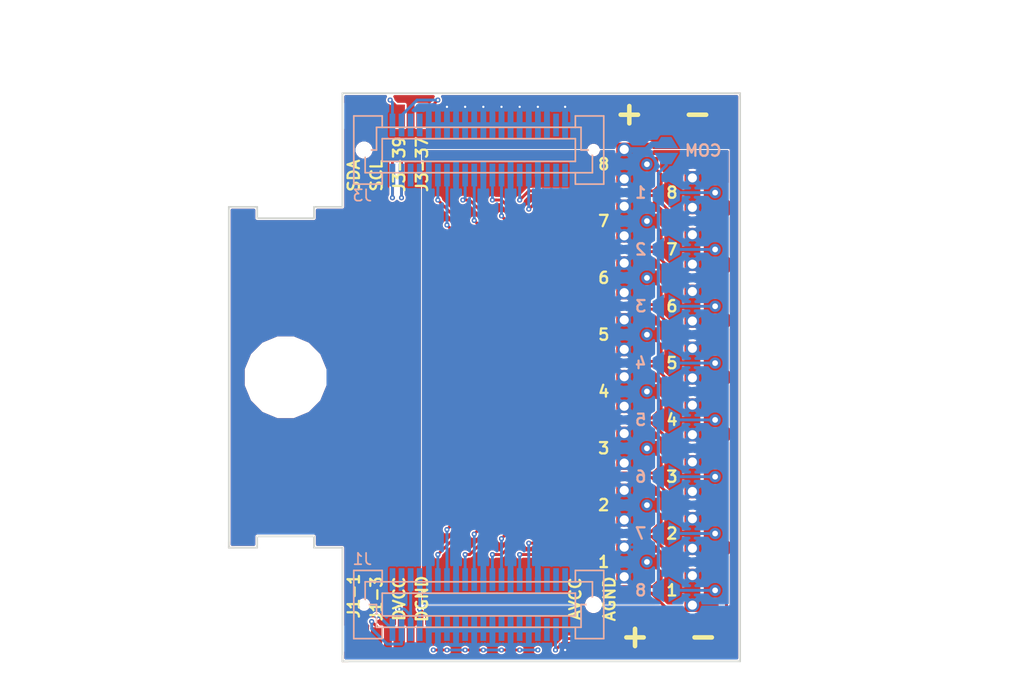
<source format=kicad_pcb>
(kicad_pcb (version 4) (host pcbnew 4.0.7)
  (layers (0 F.Cu signal) (31 B.Cu signal) (34 B.Paste user) (35 F.Paste user) (36 B.SilkS user) (37 F.SilkS user) (38 B.Mask user) (39 F.Mask user) (44 Edge.Cuts user))
  (net 0 "")
  (net 1 VDDA)
  (net 2 VSSA)
  (net 3 GNDD)
  (net 4 VDD)
  (net 5 /BIAS)
  (net 6 "Net-(J1-Pad35)")
  (net 7 "Net-(J1-Pad1)")
  (net 8 /SDA_PT)
  (net 9 "Net-(J1-Pad3)")
  (net 10 /SCL_PT)
  (net 11 "Net-(J3-Pad37)")
  (net 12 "Net-(J3-Pad39)")
  (net 13 "Net-(J3-Pad4)")
  (net 14 "Net-(J3-Pad6)")
  (net 15 "Net-(J1-Pad2)")
  (net 16 "Net-(J1-Pad4)")
  (net 17 "Net-(J1-Pad36)")
  (net 18 "Net-(J1-Pad38)")
  (net 19 "Net-(J3-Pad2)")
  (net 20 /4N)
  (net 21 /4P)
  (net 22 /3N)
  (net 23 /3P)
  (net 24 /2N)
  (net 25 /2P)
  (net 26 /1N)
  (net 27 /1P)
  (net 28 /8N)
  (net 29 /8P)
  (net 30 /7N)
  (net 31 /7P)
  (net 32 /6N)
  (net 33 /6P)
  (net 34 /5N)
  (net 35 /5P)
  (net 36 /NCOM)
  (net 37 "Net-(J1-Pad37)")
  (net 38 "Net-(J1-Pad40)")
  (net 39 "Net-(J3-Pad3)")
  (net 40 "Net-(J3-Pad33)")
  (net 41 "Net-(J3-Pad34)")
  (net 42 "Net-(J3-Pad35)")
  (net 43 "Net-(J3-Pad36)")
  (module Mounting_Holes:MountingHole_3.2mm_M3_ISO14580 (layer F.Cu) (at 115 115)
    (fp_text reference REF** hide)
    (fp_text value MountingHole_3.2mm_M3_ISO14580 hide)
    (pad "" np_thru_hole circle (at 0 0) (size 3.2 3.2) (drill 3.2) (layers *.Cu *.Mask) (clearance 2))
  )
  (module footprints:patch_pad (layer F.Cu) (at 123 138 90)
    (fp_text reference TP1 hide)
    (fp_text value TEST hide)
    (pad 1 smd rect (at 0 0 90) (size 2 1) (layers F.Cu F.Paste F.Mask) (net 9 "Net-(J1-Pad3)"))
  )
  (module footprints:patch_pad (layer F.Cu) (at 121 138 90)
    (fp_text reference TP2 hide)
    (fp_text value TEST hide)
    (pad 1 smd rect (at 0 0 90) (size 2 1) (layers F.Cu F.Paste F.Mask) (net 7 "Net-(J1-Pad1)"))
  )
  (module footprints:patch_pad (layer F.Cu) (at 127 138 90)
    (fp_text reference TP9 hide)
    (fp_text value TEST hide)
    (pad 1 smd rect (at 0 0 90) (size 2 1) (layers F.Cu F.Paste F.Mask) (net 3 GNDD))
  )
  (module footprints:patch_pad (layer F.Cu) (at 125 138 90)
    (fp_text reference TP10 hide)
    (fp_text value TEST hide)
    (pad 1 smd rect (at 0 0 90) (size 2 1) (layers F.Cu F.Paste F.Mask) (net 4 VDD))
  )
  (module footprints:bergstak_plug_2x20_male (layer B.Cu) (at 132 135)
    (fp_text reference J1 (at -10.25 -4) (layer B.SilkS) (effects (justify mirror)))
    (fp_text value "Bergstak 20P female 3.7mm" hide)
    (pad 1 smd rect (at -7.6 2.2 180) (size 0.5 2) (layers B.Cu B.Paste B.Mask) (net 7 "Net-(J1-Pad1)"))
    (pad 2 smd rect (at -7.594018 -2.2 180) (size 0.5 2) (layers B.Cu B.Paste B.Mask) (net 15 "Net-(J1-Pad2)"))
    (pad 3 smd rect (at -6.8 2.2 180) (size 0.5 2) (layers B.Cu B.Paste B.Mask) (net 9 "Net-(J1-Pad3)"))
    (pad 4 smd rect (at -6.8 -2.2 180) (size 0.5 2) (layers B.Cu B.Paste B.Mask) (net 16 "Net-(J1-Pad4)"))
    (pad 5 smd rect (at -6 2.2 180) (size 0.5 2) (layers B.Cu B.Paste B.Mask) (net 4 VDD))
    (pad 6 smd rect (at -5.994018 -2.2 180) (size 0.5 2) (layers B.Cu B.Paste B.Mask) (net 4 VDD))
    (pad 7 smd rect (at -5.2 2.2 180) (size 0.5 2) (layers B.Cu B.Paste B.Mask) (net 3 GNDD))
    (pad 8 smd rect (at -5.2 -2.2 180) (size 0.5 2) (layers B.Cu B.Paste B.Mask) (net 3 GNDD))
    (pad 9 smd rect (at -4.4 2.2 180) (size 0.5 2) (layers B.Cu B.Paste B.Mask) (net 2 VSSA))
    (pad 10 smd rect (at -4.394018 -2.2 180) (size 0.5 2) (layers B.Cu B.Paste B.Mask) (net 5 /BIAS))
    (pad 11 smd rect (at -3.6 2.2 180) (size 0.5 2) (layers B.Cu B.Paste B.Mask) (net 2 VSSA))
    (pad 12 smd rect (at -3.6 -2.2 180) (size 0.5 2) (layers B.Cu B.Paste B.Mask) (net 20 /4N))
    (pad 13 smd rect (at -2.8 2.2 180) (size 0.5 2) (layers B.Cu B.Paste B.Mask) (net 2 VSSA))
    (pad 14 smd rect (at -2.8 -2.2 180) (size 0.5 2) (layers B.Cu B.Paste B.Mask) (net 21 /4P))
    (pad 15 smd rect (at -2 2.2 180) (size 0.5 2) (layers B.Cu B.Paste B.Mask) (net 2 VSSA))
    (pad 16 smd rect (at -2 -2.2 180) (size 0.5 2) (layers B.Cu B.Paste B.Mask) (net 5 /BIAS))
    (pad 17 smd rect (at -1.2 2.2 180) (size 0.5 2) (layers B.Cu B.Paste B.Mask) (net 2 VSSA))
    (pad 18 smd rect (at -1.2 -2.2 180) (size 0.5 2) (layers B.Cu B.Paste B.Mask) (net 22 /3N))
    (pad 19 smd rect (at -0.4 2.2 180) (size 0.5 2) (layers B.Cu B.Paste B.Mask) (net 2 VSSA))
    (pad 20 smd rect (at -0.4 -2.2 180) (size 0.5 2) (layers B.Cu B.Paste B.Mask) (net 23 /3P))
    (pad 21 smd rect (at 0.4 2.2 180) (size 0.5 2) (layers B.Cu B.Paste B.Mask) (net 2 VSSA))
    (pad 22 smd rect (at 0.4 -2.2 180) (size 0.5 2) (layers B.Cu B.Paste B.Mask) (net 5 /BIAS))
    (pad 23 smd rect (at 1.2 2.2 180) (size 0.5 2) (layers B.Cu B.Paste B.Mask) (net 2 VSSA))
    (pad 24 smd rect (at 1.2 -2.2 180) (size 0.5 2) (layers B.Cu B.Paste B.Mask) (net 24 /2N))
    (pad 25 smd rect (at 2 2.2 180) (size 0.5 2) (layers B.Cu B.Paste B.Mask) (net 2 VSSA))
    (pad 26 smd rect (at 2 -2.2 180) (size 0.5 2) (layers B.Cu B.Paste B.Mask) (net 25 /2P))
    (pad 27 smd rect (at 2.8 2.2 180) (size 0.5 2) (layers B.Cu B.Paste B.Mask) (net 2 VSSA))
    (pad 28 smd rect (at 2.8 -2.2 180) (size 0.5 2) (layers B.Cu B.Paste B.Mask) (net 5 /BIAS))
    (pad 29 smd rect (at 3.6 2.2 180) (size 0.5 2) (layers B.Cu B.Paste B.Mask) (net 2 VSSA))
    (pad 30 smd rect (at 3.6 -2.2 180) (size 0.5 2) (layers B.Cu B.Paste B.Mask) (net 26 /1N))
    (pad 31 smd rect (at 4.4 2.2 180) (size 0.5 2) (layers B.Cu B.Paste B.Mask) (net 2 VSSA))
    (pad 32 smd rect (at 4.4 -2.2 180) (size 0.5 2) (layers B.Cu B.Paste B.Mask) (net 27 /1P))
    (pad 33 smd rect (at 5.2 2.2 180) (size 0.5 2) (layers B.Cu B.Paste B.Mask) (net 2 VSSA))
    (pad 34 smd rect (at 5.2 -2.2 180) (size 0.5 2) (layers B.Cu B.Paste B.Mask) (net 5 /BIAS))
    (pad 35 smd rect (at 6 2.2 180) (size 0.5 2) (layers B.Cu B.Paste B.Mask) (net 6 "Net-(J1-Pad35)"))
    (pad 36 smd rect (at 6 -2.2 180) (size 0.5 2) (layers B.Cu B.Paste B.Mask) (net 17 "Net-(J1-Pad36)"))
    (pad 37 smd rect (at 6.8 2.2 180) (size 0.5 2) (layers B.Cu B.Paste B.Mask) (net 37 "Net-(J1-Pad37)"))
    (pad 38 smd rect (at 6.8 -2.2 180) (size 0.5 2) (layers B.Cu B.Paste B.Mask) (net 18 "Net-(J1-Pad38)"))
    (pad 39 smd rect (at 7.6 2.2 180) (size 0.5 2) (layers B.Cu B.Paste B.Mask) (net 2 VSSA))
    (pad 40 smd rect (at 7.6 -2.2 180) (size 0.5 2) (layers B.Cu B.Paste B.Mask) (net 38 "Net-(J1-Pad40)"))
    (pad "" np_thru_hole circle (at 10.1 0) (size 1.2 1.2) (drill 1.2) (layers *.Cu *.Mask))
    (pad "" np_thru_hole circle (at -10.1 0) (size 0.8 0.8) (drill 0.8) (layers *.Cu *.Mask))
  )
  (module footprints:rg178_coax_solder_pad (layer F.Cu) (at 145 96.25 270)
    (fp_text reference J2 hide)
    (fp_text value Conn_Coaxial_Power hide)
    (pad 1 smd rect (at 0 -1.8 270) (size 1.3 2) (layers F.Cu F.Paste F.Mask) (net 29 /8P))
    (pad 2 smd rect (at 0 0.2) (size 1.4 2) (layers F.Cu F.Paste F.Mask) (net 5 /BIAS))
    (pad 2 thru_hole circle (at -1.3 0.2 270) (size 1.2 1.2) (drill 0.8) (layers *.Cu *.Mask) (net 5 /BIAS))
    (pad 2 smd rect (at 1.4 -0.6 90) (size 1 3) (layers F.Cu F.Paste F.Mask) (net 5 /BIAS))
    (pad 2 smd rect (at -1.4 -0.6 90) (size 1 3) (layers F.Cu F.Paste F.Mask) (net 5 /BIAS))
    (pad 2 thru_hole circle (at 1.3 0.2 270) (size 1.2 1.2) (drill 0.8) (layers *.Cu *.Mask) (net 5 /BIAS))
    (pad 1 thru_hole circle (at 0 -1.8 270) (size 1 1) (drill 0.5) (layers *.Cu *.Mask) (net 29 /8P))
  )
  (module footprints:bergstak_plug_2x20_male (layer B.Cu) (at 132 95 180)
    (fp_text reference J3 (at 10.25 -4 180) (layer B.SilkS) (effects (justify mirror)))
    (fp_text value Conn_02x20_Odd_Even hide)
    (pad 1 smd rect (at -7.6 2.2) (size 0.5 2) (layers B.Cu B.Paste B.Mask) (net 2 VSSA))
    (pad 2 smd rect (at -7.594018 -2.2) (size 0.5 2) (layers B.Cu B.Paste B.Mask) (net 19 "Net-(J3-Pad2)"))
    (pad 3 smd rect (at -6.8 2.2) (size 0.5 2) (layers B.Cu B.Paste B.Mask) (net 39 "Net-(J3-Pad3)"))
    (pad 4 smd rect (at -6.8 -2.2) (size 0.5 2) (layers B.Cu B.Paste B.Mask) (net 13 "Net-(J3-Pad4)"))
    (pad 5 smd rect (at -6 2.2) (size 0.5 2) (layers B.Cu B.Paste B.Mask) (net 2 VSSA))
    (pad 6 smd rect (at -5.994018 -2.2) (size 0.5 2) (layers B.Cu B.Paste B.Mask) (net 14 "Net-(J3-Pad6)"))
    (pad 7 smd rect (at -5.2 2.2) (size 0.5 2) (layers B.Cu B.Paste B.Mask) (net 2 VSSA))
    (pad 8 smd rect (at -5.2 -2.2) (size 0.5 2) (layers B.Cu B.Paste B.Mask) (net 5 /BIAS))
    (pad 9 smd rect (at -4.4 2.2) (size 0.5 2) (layers B.Cu B.Paste B.Mask) (net 2 VSSA))
    (pad 10 smd rect (at -4.394018 -2.2) (size 0.5 2) (layers B.Cu B.Paste B.Mask) (net 28 /8N))
    (pad 11 smd rect (at -3.6 2.2) (size 0.5 2) (layers B.Cu B.Paste B.Mask) (net 2 VSSA))
    (pad 12 smd rect (at -3.6 -2.2) (size 0.5 2) (layers B.Cu B.Paste B.Mask) (net 29 /8P))
    (pad 13 smd rect (at -2.8 2.2) (size 0.5 2) (layers B.Cu B.Paste B.Mask) (net 2 VSSA))
    (pad 14 smd rect (at -2.8 -2.2) (size 0.5 2) (layers B.Cu B.Paste B.Mask) (net 5 /BIAS))
    (pad 15 smd rect (at -2 2.2) (size 0.5 2) (layers B.Cu B.Paste B.Mask) (net 2 VSSA))
    (pad 16 smd rect (at -2 -2.2) (size 0.5 2) (layers B.Cu B.Paste B.Mask) (net 30 /7N))
    (pad 17 smd rect (at -1.2 2.2) (size 0.5 2) (layers B.Cu B.Paste B.Mask) (net 2 VSSA))
    (pad 18 smd rect (at -1.2 -2.2) (size 0.5 2) (layers B.Cu B.Paste B.Mask) (net 31 /7P))
    (pad 19 smd rect (at -0.4 2.2) (size 0.5 2) (layers B.Cu B.Paste B.Mask) (net 2 VSSA))
    (pad 20 smd rect (at -0.4 -2.2) (size 0.5 2) (layers B.Cu B.Paste B.Mask) (net 5 /BIAS))
    (pad 21 smd rect (at 0.4 2.2) (size 0.5 2) (layers B.Cu B.Paste B.Mask) (net 2 VSSA))
    (pad 22 smd rect (at 0.4 -2.2) (size 0.5 2) (layers B.Cu B.Paste B.Mask) (net 32 /6N))
    (pad 23 smd rect (at 1.2 2.2) (size 0.5 2) (layers B.Cu B.Paste B.Mask) (net 2 VSSA))
    (pad 24 smd rect (at 1.2 -2.2) (size 0.5 2) (layers B.Cu B.Paste B.Mask) (net 33 /6P))
    (pad 25 smd rect (at 2 2.2) (size 0.5 2) (layers B.Cu B.Paste B.Mask) (net 2 VSSA))
    (pad 26 smd rect (at 2 -2.2) (size 0.5 2) (layers B.Cu B.Paste B.Mask) (net 5 /BIAS))
    (pad 27 smd rect (at 2.8 2.2) (size 0.5 2) (layers B.Cu B.Paste B.Mask) (net 2 VSSA))
    (pad 28 smd rect (at 2.8 -2.2) (size 0.5 2) (layers B.Cu B.Paste B.Mask) (net 34 /5N))
    (pad 29 smd rect (at 3.6 2.2) (size 0.5 2) (layers B.Cu B.Paste B.Mask) (net 2 VSSA))
    (pad 30 smd rect (at 3.6 -2.2) (size 0.5 2) (layers B.Cu B.Paste B.Mask) (net 35 /5P))
    (pad 31 smd rect (at 4.4 2.2) (size 0.5 2) (layers B.Cu B.Paste B.Mask) (net 2 VSSA))
    (pad 32 smd rect (at 4.4 -2.2) (size 0.5 2) (layers B.Cu B.Paste B.Mask) (net 5 /BIAS))
    (pad 33 smd rect (at 5.2 2.2) (size 0.5 2) (layers B.Cu B.Paste B.Mask) (net 40 "Net-(J3-Pad33)"))
    (pad 34 smd rect (at 5.2 -2.2) (size 0.5 2) (layers B.Cu B.Paste B.Mask) (net 41 "Net-(J3-Pad34)"))
    (pad 35 smd rect (at 6 2.2) (size 0.5 2) (layers B.Cu B.Paste B.Mask) (net 42 "Net-(J3-Pad35)"))
    (pad 36 smd rect (at 6 -2.2) (size 0.5 2) (layers B.Cu B.Paste B.Mask) (net 43 "Net-(J3-Pad36)"))
    (pad 37 smd rect (at 6.8 2.2) (size 0.5 2) (layers B.Cu B.Paste B.Mask) (net 11 "Net-(J3-Pad37)"))
    (pad 38 smd rect (at 6.8 -2.2) (size 0.5 2) (layers B.Cu B.Paste B.Mask) (net 10 /SCL_PT))
    (pad 39 smd rect (at 7.6 2.2) (size 0.5 2) (layers B.Cu B.Paste B.Mask) (net 12 "Net-(J3-Pad39)"))
    (pad 40 smd rect (at 7.6 -2.2) (size 0.5 2) (layers B.Cu B.Paste B.Mask) (net 8 /SDA_PT))
    (pad "" np_thru_hole circle (at 10.1 0 180) (size 1.2 1.2) (drill 1.2) (layers *.Cu *.Mask))
    (pad "" np_thru_hole circle (at -10.1 0 180) (size 0.8 0.8) (drill 0.8) (layers *.Cu *.Mask))
  )
  (module footprints:rg178_coax_solder_pad (layer F.Cu) (at 151 98.75 270)
    (fp_text reference J4 hide)
    (fp_text value Conn_Coaxial_Power hide)
    (pad 1 smd rect (at 0 -1.8 270) (size 1.3 2) (layers F.Cu F.Paste F.Mask) (net 28 /8N))
    (pad 2 smd rect (at 0 0.2) (size 1.4 2) (layers F.Cu F.Paste F.Mask) (net 5 /BIAS))
    (pad 2 thru_hole circle (at -1.3 0.2 270) (size 1.2 1.2) (drill 0.8) (layers *.Cu *.Mask) (net 5 /BIAS))
    (pad 2 smd rect (at 1.4 -0.6 90) (size 1 3) (layers F.Cu F.Paste F.Mask) (net 5 /BIAS))
    (pad 2 smd rect (at -1.4 -0.6 90) (size 1 3) (layers F.Cu F.Paste F.Mask) (net 5 /BIAS))
    (pad 2 thru_hole circle (at 1.3 0.2 270) (size 1.2 1.2) (drill 0.8) (layers *.Cu *.Mask) (net 5 /BIAS))
    (pad 1 thru_hole circle (at 0 -1.8 270) (size 1 1) (drill 0.5) (layers *.Cu *.Mask) (net 28 /8N))
  )
  (module footprints:rg178_coax_solder_pad (layer F.Cu) (at 145 101.25 270)
    (fp_text reference J5 hide)
    (fp_text value Conn_Coaxial_Power hide)
    (pad 1 smd rect (at 0 -1.8 270) (size 1.3 2) (layers F.Cu F.Paste F.Mask) (net 31 /7P))
    (pad 2 smd rect (at 0 0.2) (size 1.4 2) (layers F.Cu F.Paste F.Mask) (net 5 /BIAS))
    (pad 2 thru_hole circle (at -1.3 0.2 270) (size 1.2 1.2) (drill 0.8) (layers *.Cu *.Mask) (net 5 /BIAS))
    (pad 2 smd rect (at 1.4 -0.6 90) (size 1 3) (layers F.Cu F.Paste F.Mask) (net 5 /BIAS))
    (pad 2 smd rect (at -1.4 -0.6 90) (size 1 3) (layers F.Cu F.Paste F.Mask) (net 5 /BIAS))
    (pad 2 thru_hole circle (at 1.3 0.2 270) (size 1.2 1.2) (drill 0.8) (layers *.Cu *.Mask) (net 5 /BIAS))
    (pad 1 thru_hole circle (at 0 -1.8 270) (size 1 1) (drill 0.5) (layers *.Cu *.Mask) (net 31 /7P))
  )
  (module footprints:rg178_coax_solder_pad (layer F.Cu) (at 151 103.75 270)
    (fp_text reference J6 hide)
    (fp_text value Conn_Coaxial_Power hide)
    (pad 1 smd rect (at 0 -1.8 270) (size 1.3 2) (layers F.Cu F.Paste F.Mask) (net 30 /7N))
    (pad 2 smd rect (at 0 0.2) (size 1.4 2) (layers F.Cu F.Paste F.Mask) (net 5 /BIAS))
    (pad 2 thru_hole circle (at -1.3 0.2 270) (size 1.2 1.2) (drill 0.8) (layers *.Cu *.Mask) (net 5 /BIAS))
    (pad 2 smd rect (at 1.4 -0.6 90) (size 1 3) (layers F.Cu F.Paste F.Mask) (net 5 /BIAS))
    (pad 2 smd rect (at -1.4 -0.6 90) (size 1 3) (layers F.Cu F.Paste F.Mask) (net 5 /BIAS))
    (pad 2 thru_hole circle (at 1.3 0.2 270) (size 1.2 1.2) (drill 0.8) (layers *.Cu *.Mask) (net 5 /BIAS))
    (pad 1 thru_hole circle (at 0 -1.8 270) (size 1 1) (drill 0.5) (layers *.Cu *.Mask) (net 30 /7N))
  )
  (module footprints:rg178_coax_solder_pad (layer F.Cu) (at 145 106.25 270)
    (fp_text reference J7 hide)
    (fp_text value Conn_Coaxial_Power hide)
    (pad 1 smd rect (at 0 -1.8 270) (size 1.3 2) (layers F.Cu F.Paste F.Mask) (net 33 /6P))
    (pad 2 smd rect (at 0 0.2) (size 1.4 2) (layers F.Cu F.Paste F.Mask) (net 5 /BIAS))
    (pad 2 thru_hole circle (at -1.3 0.2 270) (size 1.2 1.2) (drill 0.8) (layers *.Cu *.Mask) (net 5 /BIAS))
    (pad 2 smd rect (at 1.4 -0.6 90) (size 1 3) (layers F.Cu F.Paste F.Mask) (net 5 /BIAS))
    (pad 2 smd rect (at -1.4 -0.6 90) (size 1 3) (layers F.Cu F.Paste F.Mask) (net 5 /BIAS))
    (pad 2 thru_hole circle (at 1.3 0.2 270) (size 1.2 1.2) (drill 0.8) (layers *.Cu *.Mask) (net 5 /BIAS))
    (pad 1 thru_hole circle (at 0 -1.8 270) (size 1 1) (drill 0.5) (layers *.Cu *.Mask) (net 33 /6P))
  )
  (module footprints:rg178_coax_solder_pad (layer F.Cu) (at 151 108.75 270)
    (fp_text reference J8 hide)
    (fp_text value Conn_Coaxial_Power hide)
    (pad 1 smd rect (at 0 -1.8 270) (size 1.3 2) (layers F.Cu F.Paste F.Mask) (net 32 /6N))
    (pad 2 smd rect (at 0 0.2) (size 1.4 2) (layers F.Cu F.Paste F.Mask) (net 5 /BIAS))
    (pad 2 thru_hole circle (at -1.3 0.2 270) (size 1.2 1.2) (drill 0.8) (layers *.Cu *.Mask) (net 5 /BIAS))
    (pad 2 smd rect (at 1.4 -0.6 90) (size 1 3) (layers F.Cu F.Paste F.Mask) (net 5 /BIAS))
    (pad 2 smd rect (at -1.4 -0.6 90) (size 1 3) (layers F.Cu F.Paste F.Mask) (net 5 /BIAS))
    (pad 2 thru_hole circle (at 1.3 0.2 270) (size 1.2 1.2) (drill 0.8) (layers *.Cu *.Mask) (net 5 /BIAS))
    (pad 1 thru_hole circle (at 0 -1.8 270) (size 1 1) (drill 0.5) (layers *.Cu *.Mask) (net 32 /6N))
  )
  (module footprints:rg178_coax_solder_pad (layer F.Cu) (at 145 111.25 270)
    (fp_text reference J9 hide)
    (fp_text value Conn_Coaxial_Power hide)
    (pad 1 smd rect (at 0 -1.8 270) (size 1.3 2) (layers F.Cu F.Paste F.Mask) (net 35 /5P))
    (pad 2 smd rect (at 0 0.2) (size 1.4 2) (layers F.Cu F.Paste F.Mask) (net 5 /BIAS))
    (pad 2 thru_hole circle (at -1.3 0.2 270) (size 1.2 1.2) (drill 0.8) (layers *.Cu *.Mask) (net 5 /BIAS))
    (pad 2 smd rect (at 1.4 -0.6 90) (size 1 3) (layers F.Cu F.Paste F.Mask) (net 5 /BIAS))
    (pad 2 smd rect (at -1.4 -0.6 90) (size 1 3) (layers F.Cu F.Paste F.Mask) (net 5 /BIAS))
    (pad 2 thru_hole circle (at 1.3 0.2 270) (size 1.2 1.2) (drill 0.8) (layers *.Cu *.Mask) (net 5 /BIAS))
    (pad 1 thru_hole circle (at 0 -1.8 270) (size 1 1) (drill 0.5) (layers *.Cu *.Mask) (net 35 /5P))
  )
  (module footprints:rg178_coax_solder_pad (layer F.Cu) (at 151 113.75 270)
    (fp_text reference J10 hide)
    (fp_text value Conn_Coaxial_Power hide)
    (pad 1 smd rect (at 0 -1.8 270) (size 1.3 2) (layers F.Cu F.Paste F.Mask) (net 34 /5N))
    (pad 2 smd rect (at 0 0.2) (size 1.4 2) (layers F.Cu F.Paste F.Mask) (net 5 /BIAS))
    (pad 2 thru_hole circle (at -1.3 0.2 270) (size 1.2 1.2) (drill 0.8) (layers *.Cu *.Mask) (net 5 /BIAS))
    (pad 2 smd rect (at 1.4 -0.6 90) (size 1 3) (layers F.Cu F.Paste F.Mask) (net 5 /BIAS))
    (pad 2 smd rect (at -1.4 -0.6 90) (size 1 3) (layers F.Cu F.Paste F.Mask) (net 5 /BIAS))
    (pad 2 thru_hole circle (at 1.3 0.2 270) (size 1.2 1.2) (drill 0.8) (layers *.Cu *.Mask) (net 5 /BIAS))
    (pad 1 thru_hole circle (at 0 -1.8 270) (size 1 1) (drill 0.5) (layers *.Cu *.Mask) (net 34 /5N))
  )
  (module footprints:rg178_coax_solder_pad (layer F.Cu) (at 145 116.25 270)
    (fp_text reference J11 hide)
    (fp_text value Conn_Coaxial_Power hide)
    (pad 1 smd rect (at 0 -1.8 270) (size 1.3 2) (layers F.Cu F.Paste F.Mask) (net 21 /4P))
    (pad 2 smd rect (at 0 0.2) (size 1.4 2) (layers F.Cu F.Paste F.Mask) (net 5 /BIAS))
    (pad 2 thru_hole circle (at -1.3 0.2 270) (size 1.2 1.2) (drill 0.8) (layers *.Cu *.Mask) (net 5 /BIAS))
    (pad 2 smd rect (at 1.4 -0.6 90) (size 1 3) (layers F.Cu F.Paste F.Mask) (net 5 /BIAS))
    (pad 2 smd rect (at -1.4 -0.6 90) (size 1 3) (layers F.Cu F.Paste F.Mask) (net 5 /BIAS))
    (pad 2 thru_hole circle (at 1.3 0.2 270) (size 1.2 1.2) (drill 0.8) (layers *.Cu *.Mask) (net 5 /BIAS))
    (pad 1 thru_hole circle (at 0 -1.8 270) (size 1 1) (drill 0.5) (layers *.Cu *.Mask) (net 21 /4P))
  )
  (module footprints:rg178_coax_solder_pad (layer F.Cu) (at 151 118.75 270)
    (fp_text reference J12 hide)
    (fp_text value Conn_Coaxial_Power hide)
    (pad 1 smd rect (at 0 -1.8 270) (size 1.3 2) (layers F.Cu F.Paste F.Mask) (net 20 /4N))
    (pad 2 smd rect (at 0 0.2) (size 1.4 2) (layers F.Cu F.Paste F.Mask) (net 5 /BIAS))
    (pad 2 thru_hole circle (at -1.3 0.2 270) (size 1.2 1.2) (drill 0.8) (layers *.Cu *.Mask) (net 5 /BIAS))
    (pad 2 smd rect (at 1.4 -0.6 90) (size 1 3) (layers F.Cu F.Paste F.Mask) (net 5 /BIAS))
    (pad 2 smd rect (at -1.4 -0.6 90) (size 1 3) (layers F.Cu F.Paste F.Mask) (net 5 /BIAS))
    (pad 2 thru_hole circle (at 1.3 0.2 270) (size 1.2 1.2) (drill 0.8) (layers *.Cu *.Mask) (net 5 /BIAS))
    (pad 1 thru_hole circle (at 0 -1.8 270) (size 1 1) (drill 0.5) (layers *.Cu *.Mask) (net 20 /4N))
  )
  (module footprints:rg178_coax_solder_pad (layer F.Cu) (at 145 121.25 270)
    (fp_text reference J13 hide)
    (fp_text value Conn_Coaxial_Power hide)
    (pad 1 smd rect (at 0 -1.8 270) (size 1.3 2) (layers F.Cu F.Paste F.Mask) (net 23 /3P))
    (pad 2 smd rect (at 0 0.2) (size 1.4 2) (layers F.Cu F.Paste F.Mask) (net 5 /BIAS))
    (pad 2 thru_hole circle (at -1.3 0.2 270) (size 1.2 1.2) (drill 0.8) (layers *.Cu *.Mask) (net 5 /BIAS))
    (pad 2 smd rect (at 1.4 -0.6 90) (size 1 3) (layers F.Cu F.Paste F.Mask) (net 5 /BIAS))
    (pad 2 smd rect (at -1.4 -0.6 90) (size 1 3) (layers F.Cu F.Paste F.Mask) (net 5 /BIAS))
    (pad 2 thru_hole circle (at 1.3 0.2 270) (size 1.2 1.2) (drill 0.8) (layers *.Cu *.Mask) (net 5 /BIAS))
    (pad 1 thru_hole circle (at 0 -1.8 270) (size 1 1) (drill 0.5) (layers *.Cu *.Mask) (net 23 /3P))
  )
  (module footprints:rg178_coax_solder_pad (layer F.Cu) (at 151 123.75 270)
    (fp_text reference J14 hide)
    (fp_text value Conn_Coaxial_Power hide)
    (pad 1 smd rect (at 0 -1.8 270) (size 1.3 2) (layers F.Cu F.Paste F.Mask) (net 22 /3N))
    (pad 2 smd rect (at 0 0.2) (size 1.4 2) (layers F.Cu F.Paste F.Mask) (net 5 /BIAS))
    (pad 2 thru_hole circle (at -1.3 0.2 270) (size 1.2 1.2) (drill 0.8) (layers *.Cu *.Mask) (net 5 /BIAS))
    (pad 2 smd rect (at 1.4 -0.6 90) (size 1 3) (layers F.Cu F.Paste F.Mask) (net 5 /BIAS))
    (pad 2 smd rect (at -1.4 -0.6 90) (size 1 3) (layers F.Cu F.Paste F.Mask) (net 5 /BIAS))
    (pad 2 thru_hole circle (at 1.3 0.2 270) (size 1.2 1.2) (drill 0.8) (layers *.Cu *.Mask) (net 5 /BIAS))
    (pad 1 thru_hole circle (at 0 -1.8 270) (size 1 1) (drill 0.5) (layers *.Cu *.Mask) (net 22 /3N))
  )
  (module footprints:rg178_coax_solder_pad (layer F.Cu) (at 145 126.25 270)
    (fp_text reference J15 hide)
    (fp_text value Conn_Coaxial_Power hide)
    (pad 1 smd rect (at 0 -1.8 270) (size 1.3 2) (layers F.Cu F.Paste F.Mask) (net 25 /2P))
    (pad 2 smd rect (at 0 0.2) (size 1.4 2) (layers F.Cu F.Paste F.Mask) (net 5 /BIAS))
    (pad 2 thru_hole circle (at -1.3 0.2 270) (size 1.2 1.2) (drill 0.8) (layers *.Cu *.Mask) (net 5 /BIAS))
    (pad 2 smd rect (at 1.4 -0.6 90) (size 1 3) (layers F.Cu F.Paste F.Mask) (net 5 /BIAS))
    (pad 2 smd rect (at -1.4 -0.6 90) (size 1 3) (layers F.Cu F.Paste F.Mask) (net 5 /BIAS))
    (pad 2 thru_hole circle (at 1.3 0.2 270) (size 1.2 1.2) (drill 0.8) (layers *.Cu *.Mask) (net 5 /BIAS))
    (pad 1 thru_hole circle (at 0 -1.8 270) (size 1 1) (drill 0.5) (layers *.Cu *.Mask) (net 25 /2P))
  )
  (module footprints:rg178_coax_solder_pad (layer F.Cu) (at 151 128.75 270)
    (fp_text reference J16 hide)
    (fp_text value Conn_Coaxial_Power hide)
    (pad 1 smd rect (at 0 -1.8 270) (size 1.3 2) (layers F.Cu F.Paste F.Mask) (net 24 /2N))
    (pad 2 smd rect (at 0 0.2) (size 1.4 2) (layers F.Cu F.Paste F.Mask) (net 5 /BIAS))
    (pad 2 thru_hole circle (at -1.3 0.2 270) (size 1.2 1.2) (drill 0.8) (layers *.Cu *.Mask) (net 5 /BIAS))
    (pad 2 smd rect (at 1.4 -0.6 90) (size 1 3) (layers F.Cu F.Paste F.Mask) (net 5 /BIAS))
    (pad 2 smd rect (at -1.4 -0.6 90) (size 1 3) (layers F.Cu F.Paste F.Mask) (net 5 /BIAS))
    (pad 2 thru_hole circle (at 1.3 0.2 270) (size 1.2 1.2) (drill 0.8) (layers *.Cu *.Mask) (net 5 /BIAS))
    (pad 1 thru_hole circle (at 0 -1.8 270) (size 1 1) (drill 0.5) (layers *.Cu *.Mask) (net 24 /2N))
  )
  (module footprints:rg178_coax_solder_pad (layer F.Cu) (at 145 131.25 270)
    (fp_text reference J17 hide)
    (fp_text value Conn_Coaxial_Power hide)
    (pad 1 smd rect (at 0 -1.8 270) (size 1.3 2) (layers F.Cu F.Paste F.Mask) (net 27 /1P))
    (pad 2 smd rect (at 0 0.2) (size 1.4 2) (layers F.Cu F.Paste F.Mask) (net 5 /BIAS))
    (pad 2 thru_hole circle (at -1.3 0.2 270) (size 1.2 1.2) (drill 0.8) (layers *.Cu *.Mask) (net 5 /BIAS))
    (pad 2 smd rect (at 1.4 -0.6 90) (size 1 3) (layers F.Cu F.Paste F.Mask) (net 5 /BIAS))
    (pad 2 smd rect (at -1.4 -0.6 90) (size 1 3) (layers F.Cu F.Paste F.Mask) (net 5 /BIAS))
    (pad 2 thru_hole circle (at 1.3 0.2 270) (size 1.2 1.2) (drill 0.8) (layers *.Cu *.Mask) (net 5 /BIAS))
    (pad 1 thru_hole circle (at 0 -1.8 270) (size 1 1) (drill 0.5) (layers *.Cu *.Mask) (net 27 /1P))
  )
  (module footprints:rg178_coax_solder_pad (layer F.Cu) (at 151 133.75 270)
    (fp_text reference J18 hide)
    (fp_text value Conn_Coaxial_Power hide)
    (pad 1 smd rect (at 0 -1.8 270) (size 1.3 2) (layers F.Cu F.Paste F.Mask) (net 26 /1N))
    (pad 2 smd rect (at 0 0.2) (size 1.4 2) (layers F.Cu F.Paste F.Mask) (net 5 /BIAS))
    (pad 2 thru_hole circle (at -1.3 0.2 270) (size 1.2 1.2) (drill 0.8) (layers *.Cu *.Mask) (net 5 /BIAS))
    (pad 2 smd rect (at 1.4 -0.6 90) (size 1 3) (layers F.Cu F.Paste F.Mask) (net 5 /BIAS))
    (pad 2 smd rect (at -1.4 -0.6 90) (size 1 3) (layers F.Cu F.Paste F.Mask) (net 5 /BIAS))
    (pad 2 thru_hole circle (at 1.3 0.2 270) (size 1.2 1.2) (drill 0.8) (layers *.Cu *.Mask) (net 5 /BIAS))
    (pad 1 thru_hole circle (at 0 -1.8 270) (size 1 1) (drill 0.5) (layers *.Cu *.Mask) (net 26 /1N))
  )
  (module footprints:solder_jumper_2pin (layer B.Cu) (at 148.5 99 180)
    (fp_text reference JP1 hide)
    (fp_text value Jumper_NC_Small hide)
    (pad 1 smd trapezoid (at -0.7 0 90) (size 1.5 1) (rect_delta 0 -0.6) (layers B.Cu B.Paste B.Mask) (net 28 /8N))
    (pad 2 smd trapezoid (at 0.7 0 270) (size 1.5 1) (rect_delta 0 -0.6) (layers B.Cu B.Paste B.Mask) (net 36 /NCOM))
  )
  (module footprints:solder_jumper_2pin (layer B.Cu) (at 148.5 103.75 180)
    (fp_text reference JP2 hide)
    (fp_text value Jumper_NC_Small hide)
    (pad 1 smd trapezoid (at -0.7 0 90) (size 1.5 1) (rect_delta 0 -0.6) (layers B.Cu B.Paste B.Mask) (net 30 /7N))
    (pad 2 smd trapezoid (at 0.7 0 270) (size 1.5 1) (rect_delta 0 -0.6) (layers B.Cu B.Paste B.Mask) (net 36 /NCOM))
  )
  (module footprints:solder_jumper_2pin (layer B.Cu) (at 148.5 108.75 180)
    (fp_text reference JP3 hide)
    (fp_text value Jumper_NC_Small hide)
    (pad 1 smd trapezoid (at -0.7 0 90) (size 1.5 1) (rect_delta 0 -0.6) (layers B.Cu B.Paste B.Mask) (net 32 /6N))
    (pad 2 smd trapezoid (at 0.7 0 270) (size 1.5 1) (rect_delta 0 -0.6) (layers B.Cu B.Paste B.Mask) (net 36 /NCOM))
  )
  (module footprints:solder_jumper_2pin (layer B.Cu) (at 148.5 113.75 180)
    (fp_text reference JP4 hide)
    (fp_text value Jumper_NC_Small hide)
    (pad 1 smd trapezoid (at -0.7 0 90) (size 1.5 1) (rect_delta 0 -0.6) (layers B.Cu B.Paste B.Mask) (net 34 /5N))
    (pad 2 smd trapezoid (at 0.7 0 270) (size 1.5 1) (rect_delta 0 -0.6) (layers B.Cu B.Paste B.Mask) (net 36 /NCOM))
  )
  (module footprints:solder_jumper_2pin (layer B.Cu) (at 148.5 95.05 90)
    (fp_text reference JP5 hide)
    (fp_text value Jumper_NC_Small hide)
    (pad 1 smd trapezoid (at -0.7 0) (size 1.5 1) (rect_delta 0 -0.6) (layers B.Cu B.Paste B.Mask) (net 36 /NCOM))
    (pad 2 smd trapezoid (at 0.7 0 180) (size 1.5 1) (rect_delta 0 -0.6) (layers B.Cu B.Paste B.Mask) (net 5 /BIAS))
  )
  (module footprints:solder_jumper_2pin (layer B.Cu) (at 148.5 133.75 180)
    (fp_text reference JP6 hide)
    (fp_text value Jumper_NC_Small hide)
    (pad 1 smd trapezoid (at -0.7 0 90) (size 1.5 1) (rect_delta 0 -0.6) (layers B.Cu B.Paste B.Mask) (net 26 /1N))
    (pad 2 smd trapezoid (at 0.7 0 270) (size 1.5 1) (rect_delta 0 -0.6) (layers B.Cu B.Paste B.Mask) (net 36 /NCOM))
  )
  (module footprints:solder_jumper_2pin (layer B.Cu) (at 148.5 128.75 180)
    (fp_text reference JP7 hide)
    (fp_text value Jumper_NC_Small hide)
    (pad 1 smd trapezoid (at -0.7 0 90) (size 1.5 1) (rect_delta 0 -0.6) (layers B.Cu B.Paste B.Mask) (net 24 /2N))
    (pad 2 smd trapezoid (at 0.7 0 270) (size 1.5 1) (rect_delta 0 -0.6) (layers B.Cu B.Paste B.Mask) (net 36 /NCOM))
  )
  (module footprints:solder_jumper_2pin (layer B.Cu) (at 148.5 123.75 180)
    (fp_text reference JP8 hide)
    (fp_text value Jumper_NC_Small hide)
    (pad 1 smd trapezoid (at -0.7 0 90) (size 1.5 1) (rect_delta 0 -0.6) (layers B.Cu B.Paste B.Mask) (net 22 /3N))
    (pad 2 smd trapezoid (at 0.7 0 270) (size 1.5 1) (rect_delta 0 -0.6) (layers B.Cu B.Paste B.Mask) (net 36 /NCOM))
  )
  (module footprints:solder_jumper_2pin (layer B.Cu) (at 148.5 118.75 180)
    (fp_text reference JP9 hide)
    (fp_text value Jumper_NC_Small hide)
    (pad 1 smd trapezoid (at -0.7 0 90) (size 1.5 1) (rect_delta 0 -0.6) (layers B.Cu B.Paste B.Mask) (net 20 /4N))
    (pad 2 smd trapezoid (at 0.7 0 270) (size 1.5 1) (rect_delta 0 -0.6) (layers B.Cu B.Paste B.Mask) (net 36 /NCOM))
  )
  (module footprints:patch_pad (layer F.Cu) (at 125 92 90)
    (fp_text reference TP3 hide)
    (fp_text value TEST hide)
    (pad 1 smd rect (at 0 0 90) (size 2 1) (layers F.Cu F.Paste F.Mask) (net 12 "Net-(J3-Pad39)"))
  )
  (module footprints:patch_pad (layer F.Cu) (at 127 92 90)
    (fp_text reference TP4 hide)
    (fp_text value TEST hide)
    (pad 1 smd rect (at 0 0 90) (size 2 1) (layers F.Cu F.Paste F.Mask) (net 11 "Net-(J3-Pad37)"))
  )
  (module footprints:patch_pad (layer F.Cu) (at 121 92 90)
    (fp_text reference TP5 hide)
    (fp_text value TEST hide)
    (pad 1 smd rect (at 0 0 90) (size 2 1) (layers F.Cu F.Paste F.Mask) (net 8 /SDA_PT))
  )
  (module footprints:patch_pad (layer F.Cu) (at 123 92 90)
    (fp_text reference TP6 hide)
    (fp_text value TEST hide)
    (pad 1 smd rect (at 0 0 90) (size 2 1) (layers F.Cu F.Paste F.Mask) (net 10 /SCL_PT))
  )
  (module footprints:patch_pad (layer F.Cu) (at 141 138 90)
    (fp_text reference TP7 hide)
    (fp_text value TEST hide)
    (pad 1 smd rect (at 0 0 90) (size 2 1) (layers F.Cu F.Paste F.Mask) (net 37 "Net-(J1-Pad37)"))
  )
  (module footprints:patch_pad (layer F.Cu) (at 143 138 90)
    (fp_text reference TP8 hide)
    (fp_text value TEST hide)
    (pad 1 smd rect (at 0 0 90) (size 2 1) (layers F.Cu F.Paste F.Mask) (net 2 VSSA))
  )
  (gr_text COM (at 151.75 95.05 360) (layer B.SilkS) (effects (font (size 1 1) (thickness 0.2)) (justify mirror)))
  (gr_text 8 (at 146.25 133.748466) (layer B.SilkS) (effects (font (size 1 1) (thickness 0.2)) (justify mirror)))
  (gr_text 7 (at 146.25 128.748466) (layer B.SilkS) (effects (font (size 1 1) (thickness 0.2)) (justify mirror)))
  (gr_text 6 (at 146.25 123.748466) (layer B.SilkS) (effects (font (size 1 1) (thickness 0.2)) (justify mirror)))
  (gr_text 5 (at 146.25 118.748466) (layer B.SilkS) (effects (font (size 1 1) (thickness 0.2)) (justify mirror)))
  (gr_text 4 (at 146.25 113.748466) (layer B.SilkS) (effects (font (size 1 1) (thickness 0.2)) (justify mirror)))
  (gr_text 3 (at 146.25 108.748466) (layer B.SilkS) (effects (font (size 1 1) (thickness 0.2)) (justify mirror)))
  (gr_text 2 (at 146.25 103.748466) (layer B.SilkS) (effects (font (size 1 1) (thickness 0.2)) (justify mirror)))
  (gr_text 1 (at 146.25 98.748466) (layer B.SilkS) (effects (font (size 1 1) (thickness 0.2)) (justify mirror)))
  (gr_text + (at 145.25 91.75) (layer F.SilkS) (effects (font (size 2 2) (thickness 0.4))))
  (gr_text - (at 151.25 91.75) (layer F.SilkS) (effects (font (size 2 2) (thickness 0.4))))
  (gr_text - (at 151.75 137.75) (layer F.SilkS) (effects (font (size 2 2) (thickness 0.4))))
  (gr_text + (at 145.75 137.75) (layer F.SilkS) (effects (font (size 2 2) (thickness 0.4))))
  (gr_text 8 (at 143 96.25) (layer F.SilkS) (effects (font (size 1 1) (thickness 0.2))))
  (gr_text 8 (at 149 98.75) (layer F.SilkS) (effects (font (size 1 1) (thickness 0.2))))
  (gr_text 7 (at 149 103.75) (layer F.SilkS) (effects (font (size 1 1) (thickness 0.2))))
  (gr_text 7 (at 143 101.25) (layer F.SilkS) (effects (font (size 1 1) (thickness 0.2))))
  (gr_text 6 (at 143 106.25) (layer F.SilkS) (effects (font (size 1 1) (thickness 0.2))))
  (gr_text 5 (at 143 111.25) (layer F.SilkS) (effects (font (size 1 1) (thickness 0.2))))
  (gr_text 6 (at 149 108.75) (layer F.SilkS) (effects (font (size 1 1) (thickness 0.2))))
  (gr_text 5 (at 149 113.75) (layer F.SilkS) (effects (font (size 1 1) (thickness 0.2))))
  (gr_text 4 (at 143 116.25) (layer F.SilkS) (effects (font (size 1 1) (thickness 0.2))))
  (gr_text 4 (at 149 118.75) (layer F.SilkS) (effects (font (size 1 1) (thickness 0.2))))
  (gr_text 3 (at 149 123.75) (layer F.SilkS) (effects (font (size 1 1) (thickness 0.2))))
  (gr_text 3 (at 143 121.25) (layer F.SilkS) (effects (font (size 1 1) (thickness 0.2))))
  (gr_text 2 (at 143 126.25) (layer F.SilkS) (effects (font (size 1 1) (thickness 0.2))))
  (gr_text 2 (at 149 128.75) (layer F.SilkS) (effects (font (size 1 1) (thickness 0.2))))
  (gr_text 1 (at 149 133.75) (layer F.SilkS) (effects (font (size 1 1) (thickness 0.2))))
  (gr_text 1 (at 143 131.25) (layer F.SilkS) (effects (font (size 1 1) (thickness 0.2))))
  (gr_text AGND (at 143.5 134.5 90) (layer F.SilkS) (effects (font (size 1 1) (thickness 0.2))))
  (gr_text AVCC (at 140.5 134.5 90) (layer F.SilkS) (effects (font (size 1 1) (thickness 0.2))))
  (gr_text J1-1 (at 121 134.25 90) (layer F.SilkS) (effects (font (size 1 1) (thickness 0.2))))
  (gr_text J1-3 (at 123 134.5 90) (layer F.SilkS) (effects (font (size 1 1) (thickness 0.2))))
  (gr_text DGND (at 127 134.5 90) (layer F.SilkS) (effects (font (size 1 1) (thickness 0.2))))
  (gr_text DVCC (at 125 134.5 90) (layer F.SilkS) (effects (font (size 1 1) (thickness 0.2))))
  (gr_text J3-37 (at 127 96.25 90) (layer F.SilkS) (effects (font (size 1 1) (thickness 0.2))))
  (gr_text J3-39 (at 125 96.25 90) (layer F.SilkS) (effects (font (size 1 1) (thickness 0.2))))
  (gr_text SCL (at 123 97.25 90) (layer F.SilkS) (effects (font (size 1 1) (thickness 0.2))))
  (gr_text SDA (at 121 97.25 90) (layer F.SilkS) (effects (font (size 1 1) (thickness 0.2))))
  (gr_line (start 117.5 130) (end 120 130) (layer Edge.Cuts) (width 0.15))
  (gr_line (start 117.5 129) (end 117.5 130) (layer Edge.Cuts) (width 0.15))
  (gr_line (start 112.5 129) (end 117.5 129) (layer Edge.Cuts) (width 0.15))
  (gr_line (start 112.5 130) (end 112.5 129) (layer Edge.Cuts) (width 0.15))
  (gr_line (start 110 130) (end 112.5 130) (layer Edge.Cuts) (width 0.15))
  (gr_line (start 117.5 100) (end 120 100) (layer Edge.Cuts) (width 0.15))
  (gr_line (start 117.5 101) (end 117.5 100) (layer Edge.Cuts) (width 0.15))
  (gr_line (start 112.5 101) (end 117.5 101) (layer Edge.Cuts) (width 0.15))
  (gr_line (start 112.5 100) (end 112.5 101) (layer Edge.Cuts) (width 0.15))
  (gr_line (start 110 100) (end 112.5 100) (layer Edge.Cuts) (width 0.15))
  (gr_line (start 110 130) (end 110.5 130) (layer B.SilkS) (width 0.15))
  (gr_line (start 110 129.5) (end 110 130) (layer B.SilkS) (width 0.15))
  (gr_line (start 120 140) (end 120.5 140) (layer B.SilkS) (width 0.15))
  (gr_line (start 120 139.5) (end 120 140) (layer B.SilkS) (width 0.15))
  (gr_line (start 155 90) (end 155 90.5) (layer B.SilkS) (width 0.15))
  (gr_line (start 154.5 90) (end 155 90) (layer B.SilkS) (width 0.15))
  (gr_line (start 120 130) (end 120 140) (layer Edge.Cuts) (width 0.15))
  (gr_line (start 120 90) (end 120 100) (layer Edge.Cuts) (width 0.15))
  (gr_line (start 155 140) (end 155 90) (layer Edge.Cuts) (width 0.15))
  (gr_line (start 120 140) (end 155 140) (layer Edge.Cuts) (width 0.15))
  (gr_line (start 155 90) (end 120 90) (layer Edge.Cuts) (width 0.15))
  (gr_line (start 110 130) (end 110 100) (layer Edge.Cuts) (width 0.15))
  (segment (start 129.2 139) (end 128 139) (width 0.254) (layer F.Cu) (net 0))
  (via (at 128 139) (size 0.45) (drill 0.2) (layers F.Cu B.Cu) (net 0))
  (segment (start 130.8 139) (end 129.2 139) (width 0.254) (layer B.Cu) (net 0))
  (via (at 129.2 139) (size 0.45) (drill 0.2) (layers F.Cu B.Cu) (net 0))
  (segment (start 132.4 139.000004) (end 130.800004 139.000004) (width 0.254) (layer F.Cu) (net 0))
  (segment (start 130.800004 139.000004) (end 130.8 139) (width 0.254) (layer F.Cu) (net 0))
  (via (at 130.8 139) (size 0.45) (drill 0.2) (layers F.Cu B.Cu) (net 0))
  (segment (start 132.400004 139) (end 132.4 139.000004) (width 0.254) (layer B.Cu) (net 0))
  (segment (start 134 139) (end 132.400004 139) (width 0.254) (layer B.Cu) (net 0))
  (via (at 132.4 139.000004) (size 0.45) (drill 0.2) (layers F.Cu B.Cu) (net 0))
  (segment (start 135.6 139) (end 134 139) (width 0.254) (layer F.Cu) (net 0))
  (via (at 134 139) (size 0.45) (drill 0.2) (layers F.Cu B.Cu) (net 0))
  (segment (start 137.2 139) (end 135.6 139) (width 0.254) (layer B.Cu) (net 0))
  (via (at 135.6 139) (size 0.45) (drill 0.2) (layers F.Cu B.Cu) (net 0))
  (via (at 137.2 139) (size 0.45) (drill 0.2) (layers F.Cu B.Cu) (net 0))
  (segment (start 139.6 137.2) (end 139.6 139) (width 0.254) (layer B.Cu) (net 2))
  (via (at 139.6 139) (size 0.45) (drill 0.2) (layers F.Cu B.Cu) (net 2))
  (segment (start 137.2 91.2) (end 139.6 91.2) (width 0.254) (layer B.Cu) (net 2))
  (via (at 139.6 91.2) (size 0.45) (drill 0.2) (layers F.Cu B.Cu) (net 2))
  (segment (start 135.6 91.2) (end 137.2 91.2) (width 0.254) (layer F.Cu) (net 2))
  (via (at 137.2 91.2) (size 0.45) (drill 0.2) (layers F.Cu B.Cu) (net 2))
  (segment (start 134 91.2) (end 135.6 91.2) (width 0.254) (layer B.Cu) (net 2))
  (via (at 135.6 91.2) (size 0.45) (drill 0.2) (layers F.Cu B.Cu) (net 2))
  (segment (start 132.4 91.2) (end 134 91.2) (width 0.254) (layer F.Cu) (net 2))
  (via (at 134 91.2) (size 0.45) (drill 0.2) (layers F.Cu B.Cu) (net 2))
  (segment (start 130.8 91.2) (end 132.4 91.2) (width 0.254) (layer B.Cu) (net 2))
  (via (at 132.4 91.2) (size 0.45) (drill 0.2) (layers F.Cu B.Cu) (net 2))
  (segment (start 129.2 91.2) (end 130.8 91.2) (width 0.254) (layer F.Cu) (net 2))
  (via (at 130.8 91.2) (size 0.45) (drill 0.2) (layers F.Cu B.Cu) (net 2))
  (segment (start 129.2 92.8) (end 129.2 91.2) (width 0.254) (layer B.Cu) (net 2))
  (via (at 129.2 91.2) (size 0.45) (drill 0.2) (layers F.Cu B.Cu) (net 2))
  (segment (start 126.8 132.8) (end 126.8 134.054) (width 0.254) (layer B.Cu) (net 3))
  (segment (start 126.8 134.054) (end 126.8 135.400004) (width 0.254) (layer B.Cu) (net 3))
  (segment (start 127 135.600004) (end 126.8 135.400004) (width 0.254) (layer F.Cu) (net 3))
  (segment (start 127 138) (end 127 135.600004) (width 0.254) (layer F.Cu) (net 3))
  (via (at 126.8 135.400004) (size 0.45) (drill 0.2) (layers F.Cu B.Cu) (net 3))
  (segment (start 126.8 137.2) (end 126.8 135.400004) (width 0.254) (layer B.Cu) (net 3))
  (segment (start 126 137.2) (end 126 136) (width 0.254) (layer B.Cu) (net 4))
  (segment (start 126 136) (end 126 135.946) (width 0.254) (layer B.Cu) (net 4))
  (segment (start 126.005982 132.8) (end 126.005982 135.994018) (width 0.254) (layer B.Cu) (net 4))
  (segment (start 126.005982 135.994018) (end 126 136) (width 0.254) (layer B.Cu) (net 4))
  (segment (start 125.318198 135.399994) (end 125 135.399994) (width 0.254) (layer B.Cu) (net 4))
  (segment (start 125.453994 135.399994) (end 125.318198 135.399994) (width 0.254) (layer B.Cu) (net 4))
  (segment (start 126 135.946) (end 125.453994 135.399994) (width 0.254) (layer B.Cu) (net 4))
  (segment (start 125 138) (end 125 135.399994) (width 0.254) (layer F.Cu) (net 4))
  (via (at 125 135.399994) (size 0.45) (drill 0.2) (layers F.Cu B.Cu) (net 4))
  (segment (start 148.5 94.35) (end 148.35 94.5) (width 0.508) (layer B.Cu) (net 5))
  (segment (start 148.35 94.5) (end 147.25 94.5) (width 0.508) (layer B.Cu) (net 5))
  (segment (start 147.25 94.5) (end 146.75 95) (width 0.508) (layer B.Cu) (net 5))
  (segment (start 146.75 95) (end 144.85 95) (width 0.508) (layer B.Cu) (net 5))
  (segment (start 144.85 95) (end 144.8 94.95) (width 0.508) (layer B.Cu) (net 5))
  (segment (start 145.6 119.85) (end 144.9 119.85) (width 0.254) (layer F.Cu) (net 5))
  (segment (start 144.9 119.85) (end 144.8 119.95) (width 0.254) (layer F.Cu) (net 5))
  (segment (start 145.8 129.95) (end 146 129.75) (width 0.254) (layer B.Cu) (net 5))
  (segment (start 144.8 129.95) (end 145.8 129.95) (width 0.254) (layer B.Cu) (net 5))
  (segment (start 145.6 129.85) (end 144.9 129.85) (width 0.254) (layer F.Cu) (net 5))
  (segment (start 144.9 129.85) (end 144.8 129.95) (width 0.254) (layer F.Cu) (net 5))
  (segment (start 144.8 131.25) (end 144.8 132.55) (width 0.254) (layer F.Cu) (net 5))
  (segment (start 150.8 108.75) (end 150.8 110.05) (width 0.254) (layer F.Cu) (net 5))
  (segment (start 144.8 101.25) (end 144.8 102.55) (width 0.254) (layer F.Cu) (net 5))
  (segment (start 150.8 133.75) (end 150.8 135.05) (width 0.15) (layer F.Cu) (net 5))
  (segment (start 150.8 127.45) (end 150.8 128.75) (width 0.15) (layer F.Cu) (net 5))
  (segment (start 150.8 127.45) (end 150.8 130.05) (width 0.15) (layer F.Cu) (net 5))
  (segment (start 150.8 118.75) (end 150.8 120.05) (width 0.15) (layer F.Cu) (net 5))
  (segment (start 150.8 112.45) (end 150.8 113.75) (width 0.15) (layer F.Cu) (net 5))
  (segment (start 150.8 103.75) (end 150.8 105.05) (width 0.15) (layer F.Cu) (net 5))
  (segment (start 144.8 96.25) (end 144.8 94.95) (width 0.15) (layer F.Cu) (net 5))
  (segment (start 121 138) (end 121 136.4) (width 0.254) (layer F.Cu) (net 7))
  (segment (start 121 136.4) (end 121.4 136) (width 0.254) (layer F.Cu) (net 7))
  (segment (start 121.4 136) (end 123 136) (width 0.254) (layer F.Cu) (net 7))
  (segment (start 123 136) (end 123.2 136) (width 0.254) (layer B.Cu) (net 7))
  (segment (start 123.2 136) (end 124.4 137.2) (width 0.254) (layer B.Cu) (net 7))
  (via (at 123 136) (size 0.45) (drill 0.2) (layers F.Cu B.Cu) (net 7))
  (segment (start 124.4 99.2) (end 124.4 95.4) (width 0.254) (layer F.Cu) (net 8))
  (segment (start 122.254 93.254) (end 121.754 93.254) (width 0.254) (layer F.Cu) (net 8))
  (segment (start 121.754 93.254) (end 121 92.5) (width 0.254) (layer F.Cu) (net 8))
  (segment (start 124.4 95.4) (end 122.254 93.254) (width 0.254) (layer F.Cu) (net 8))
  (segment (start 121 92.5) (end 121 92) (width 0.254) (layer F.Cu) (net 8))
  (segment (start 124.4 97.2) (end 124.4 99.2) (width 0.254) (layer B.Cu) (net 8))
  (via (at 124.4 99.2) (size 0.45) (drill 0.2) (layers F.Cu B.Cu) (net 8))
  (segment (start 122.575735 136.502) (end 122.575735 137.124337) (width 0.254) (layer B.Cu) (net 9))
  (segment (start 123.928399 138.477001) (end 125.176999 138.477001) (width 0.254) (layer B.Cu) (net 9))
  (segment (start 122.575735 137.124337) (end 123.928399 138.477001) (width 0.254) (layer B.Cu) (net 9))
  (segment (start 125.176999 138.477001) (end 125.2 138.454) (width 0.254) (layer B.Cu) (net 9))
  (segment (start 125.2 138.454) (end 125.2 137.2) (width 0.254) (layer B.Cu) (net 9))
  (segment (start 123 138) (end 123 136.926265) (width 0.254) (layer F.Cu) (net 9))
  (segment (start 123 136.926265) (end 122.575735 136.502) (width 0.254) (layer F.Cu) (net 9))
  (via (at 122.575735 136.502) (size 0.45) (drill 0.2) (layers F.Cu B.Cu) (net 9))
  (segment (start 125.2 99.2) (end 125.2 97.2) (width 0.254) (layer B.Cu) (net 10))
  (segment (start 125.2 95.454) (end 125.2 99.2) (width 0.254) (layer F.Cu) (net 10))
  (via (at 125.2 99.2) (size 0.45) (drill 0.2) (layers F.Cu B.Cu) (net 10))
  (segment (start 123 92) (end 123 93.254) (width 0.254) (layer F.Cu) (net 10))
  (segment (start 123 93.254) (end 125.2 95.454) (width 0.254) (layer F.Cu) (net 10))
  (segment (start 128.4 90.6) (end 126.561198 90.6) (width 0.254) (layer B.Cu) (net 11))
  (segment (start 126.561198 90.6) (end 125.2 91.961198) (width 0.254) (layer B.Cu) (net 11))
  (segment (start 125.2 91.961198) (end 125.2 93.314002) (width 0.254) (layer B.Cu) (net 11))
  (segment (start 127 92) (end 128.4 90.6) (width 0.254) (layer F.Cu) (net 11))
  (via (at 128.4 90.6) (size 0.45) (drill 0.2) (layers F.Cu B.Cu) (net 11))
  (segment (start 124.2 90.6) (end 124.4 90.8) (width 0.254) (layer B.Cu) (net 12))
  (segment (start 124.4 90.8) (end 124.4 92.8) (width 0.254) (layer B.Cu) (net 12))
  (segment (start 125 92) (end 125 91.4) (width 0.254) (layer F.Cu) (net 12))
  (segment (start 125 91.4) (end 124.2 90.6) (width 0.254) (layer F.Cu) (net 12))
  (via (at 124.2 90.6) (size 0.45) (drill 0.2) (layers F.Cu B.Cu) (net 12))
  (segment (start 153.2 121.2) (end 149.4 121.2) (width 0.254) (layer F.Cu) (net 20))
  (segment (start 149.4 121.2) (end 147.2 119) (width 0.254) (layer F.Cu) (net 20))
  (segment (start 152.8 118.75) (end 153.15 118.75) (width 0.254) (layer F.Cu) (net 20))
  (segment (start 153.15 118.75) (end 154.054 119.654) (width 0.254) (layer F.Cu) (net 20))
  (segment (start 154.054 119.654) (end 154.054 120.346) (width 0.254) (layer F.Cu) (net 20))
  (segment (start 154.054 120.346) (end 153.2 121.2) (width 0.254) (layer F.Cu) (net 20))
  (segment (start 140 119) (end 128.4 130.6) (width 0.254) (layer F.Cu) (net 20))
  (segment (start 147.2 119) (end 140 119) (width 0.254) (layer F.Cu) (net 20))
  (segment (start 128.4 130.6) (end 128.4 130.600006) (width 0.254) (layer F.Cu) (net 20))
  (segment (start 152.8 118.75) (end 149.2 118.75) (width 0.254) (layer B.Cu) (net 20))
  (via (at 128.4 130.600006) (size 0.45) (drill 0.2) (layers F.Cu B.Cu) (net 20))
  (segment (start 128.4 132.8) (end 128.4 130.600006) (width 0.254) (layer B.Cu) (net 20))
  (segment (start 129.424999 128.175001) (end 129.2 128.4) (width 0.254) (layer F.Cu) (net 21))
  (segment (start 139.004011 118.595989) (end 129.424999 128.175001) (width 0.254) (layer F.Cu) (net 21))
  (segment (start 147.204011 118.595989) (end 139.004011 118.595989) (width 0.254) (layer F.Cu) (net 21))
  (segment (start 148.054 117.154) (end 148.054 117.746) (width 0.254) (layer F.Cu) (net 21))
  (segment (start 148.054 117.746) (end 147.204011 118.595989) (width 0.254) (layer F.Cu) (net 21))
  (segment (start 147.15 116.25) (end 148.054 117.154) (width 0.254) (layer F.Cu) (net 21))
  (segment (start 146.8 116.25) (end 147.15 116.25) (width 0.254) (layer F.Cu) (net 21))
  (segment (start 129.2 132.8) (end 129.2 128.4) (width 0.254) (layer B.Cu) (net 21))
  (via (at 129.2 128.4) (size 0.45) (drill 0.2) (layers F.Cu B.Cu) (net 21))
  (segment (start 136.8 125) (end 131.2 130.6) (width 0.254) (layer F.Cu) (net 22))
  (segment (start 131.2 130.6) (end 131 130.6) (width 0.254) (layer F.Cu) (net 22))
  (segment (start 131 130.6) (end 130.8 130.6) (width 0.254) (layer F.Cu) (net 22))
  (segment (start 141.5 123.831011) (end 137.968989 123.831011) (width 0.254) (layer F.Cu) (net 22))
  (segment (start 137.968989 123.831011) (end 136.8 125) (width 0.254) (layer F.Cu) (net 22))
  (segment (start 141.5 123.831011) (end 147.231011 123.831011) (width 0.254) (layer F.Cu) (net 22))
  (segment (start 140.401679 123.831011) (end 141.5 123.831011) (width 0.254) (layer F.Cu) (net 22))
  (segment (start 152.8 123.75) (end 149.2 123.75) (width 0.254) (layer B.Cu) (net 22))
  (segment (start 153.8 125.6) (end 153.8 124.6) (width 0.254) (layer F.Cu) (net 22))
  (segment (start 147.231011 123.831011) (end 149.6 126.2) (width 0.254) (layer F.Cu) (net 22))
  (segment (start 149.6 126.2) (end 153.2 126.2) (width 0.254) (layer F.Cu) (net 22))
  (segment (start 153.2 126.2) (end 153.8 125.6) (width 0.254) (layer F.Cu) (net 22))
  (segment (start 153.8 124.6) (end 152.95 123.75) (width 0.254) (layer F.Cu) (net 22))
  (segment (start 152.95 123.75) (end 152.8 123.75) (width 0.254) (layer F.Cu) (net 22))
  (segment (start 130.8 132.8) (end 130.8 130.6) (width 0.254) (layer B.Cu) (net 22))
  (via (at 130.8 130.6) (size 0.45) (drill 0.2) (layers F.Cu B.Cu) (net 22))
  (segment (start 136.972999 123.427001) (end 131.824999 128.575001) (width 0.254) (layer F.Cu) (net 23))
  (segment (start 147.372999 123.427001) (end 136.972999 123.427001) (width 0.254) (layer F.Cu) (net 23))
  (segment (start 148.054 122.746) (end 147.372999 123.427001) (width 0.254) (layer F.Cu) (net 23))
  (segment (start 147.15 121.25) (end 148.054 122.154) (width 0.254) (layer F.Cu) (net 23))
  (segment (start 146.8 121.25) (end 147.15 121.25) (width 0.254) (layer F.Cu) (net 23))
  (via (at 131.6 128.8) (size 0.45) (drill 0.2) (layers F.Cu B.Cu) (net 23))
  (segment (start 131.824999 128.575001) (end 131.6 128.8) (width 0.254) (layer F.Cu) (net 23))
  (segment (start 148.054 122.154) (end 148.054 122.746) (width 0.254) (layer F.Cu) (net 23))
  (segment (start 131.6 132.8) (end 131.6 128.8) (width 0.254) (layer B.Cu) (net 23))
  (segment (start 133.518198 130.6) (end 133.2 130.6) (width 0.254) (layer F.Cu) (net 24))
  (segment (start 153.2 131.2) (end 149.4 131.2) (width 0.254) (layer F.Cu) (net 24))
  (segment (start 134 130.6) (end 133.518198 130.6) (width 0.254) (layer F.Cu) (net 24))
  (segment (start 147.204011 129.004011) (end 143.204011 129.004011) (width 0.254) (layer F.Cu) (net 24))
  (segment (start 154.054 130.346) (end 153.2 131.2) (width 0.254) (layer F.Cu) (net 24))
  (segment (start 142.8 128.6) (end 136 128.6) (width 0.254) (layer F.Cu) (net 24))
  (segment (start 152.8 128.75) (end 153.15 128.75) (width 0.254) (layer F.Cu) (net 24))
  (segment (start 154.054 129.654) (end 154.054 130.346) (width 0.254) (layer F.Cu) (net 24))
  (segment (start 153.15 128.75) (end 154.054 129.654) (width 0.254) (layer F.Cu) (net 24))
  (segment (start 143.204011 129.004011) (end 142.8 128.6) (width 0.254) (layer F.Cu) (net 24))
  (segment (start 149.4 131.2) (end 147.204011 129.004011) (width 0.254) (layer F.Cu) (net 24))
  (segment (start 136 128.6) (end 134 130.6) (width 0.254) (layer F.Cu) (net 24))
  (segment (start 152.8 128.75) (end 149.2 128.75) (width 0.254) (layer B.Cu) (net 24))
  (segment (start 133.2 132.8) (end 133.2 130.6) (width 0.254) (layer B.Cu) (net 24))
  (via (at 133.2 130.6) (size 0.45) (drill 0.2) (layers F.Cu B.Cu) (net 24))
  (segment (start 147.148602 128.6) (end 143.371357 128.6) (width 0.254) (layer F.Cu) (net 25))
  (segment (start 143.371357 128.6) (end 142.371357 127.6) (width 0.254) (layer F.Cu) (net 25))
  (segment (start 147.15 126.25) (end 148.054 127.154) (width 0.254) (layer F.Cu) (net 25))
  (segment (start 146.8 126.25) (end 147.15 126.25) (width 0.254) (layer F.Cu) (net 25))
  (segment (start 148.054 127.154) (end 148.054 127.694602) (width 0.254) (layer F.Cu) (net 25))
  (segment (start 148.054 127.694602) (end 147.148602 128.6) (width 0.254) (layer F.Cu) (net 25))
  (segment (start 142.371357 127.6) (end 135.6 127.6) (width 0.254) (layer F.Cu) (net 25))
  (segment (start 135.6 127.6) (end 134.224999 128.975001) (width 0.254) (layer F.Cu) (net 25))
  (segment (start 134.224999 128.975001) (end 134 129.2) (width 0.254) (layer F.Cu) (net 25))
  (segment (start 134 132.8) (end 134 129.2) (width 0.254) (layer B.Cu) (net 25))
  (via (at 134 129.2) (size 0.45) (drill 0.2) (layers F.Cu B.Cu) (net 25))
  (segment (start 152.8 133.75) (end 150.802038 133.75) (width 0.254) (layer B.Cu) (net 26))
  (segment (start 150.802038 133.75) (end 149.2 133.75) (width 0.254) (layer B.Cu) (net 26))
  (segment (start 135.6 130.6) (end 140 130.6) (width 0.254) (layer F.Cu) (net 26))
  (segment (start 149.4 136.2) (end 153.2 136.2) (width 0.254) (layer F.Cu) (net 26))
  (segment (start 153.15 133.75) (end 152.8 133.75) (width 0.254) (layer F.Cu) (net 26))
  (segment (start 140 130.6) (end 143.4 134) (width 0.254) (layer F.Cu) (net 26))
  (segment (start 143.4 134) (end 147.2 134) (width 0.254) (layer F.Cu) (net 26))
  (segment (start 147.2 134) (end 149.4 136.2) (width 0.254) (layer F.Cu) (net 26))
  (segment (start 153.2 136.2) (end 153.8 135.6) (width 0.254) (layer F.Cu) (net 26))
  (segment (start 153.8 135.6) (end 153.8 134.4) (width 0.254) (layer F.Cu) (net 26))
  (segment (start 153.8 134.4) (end 153.15 133.75) (width 0.254) (layer F.Cu) (net 26))
  (via (at 135.6 130.6) (size 0.45) (drill 0.2) (layers F.Cu B.Cu) (net 26))
  (segment (start 135.6 132.8) (end 135.6 130.6) (width 0.254) (layer B.Cu) (net 26))
  (segment (start 139.6 129.6) (end 136.718196 129.6) (width 0.254) (layer F.Cu) (net 27))
  (segment (start 143.427001 133.427001) (end 139.6 129.6) (width 0.254) (layer F.Cu) (net 27))
  (segment (start 147.321601 133.427001) (end 143.427001 133.427001) (width 0.254) (layer F.Cu) (net 27))
  (segment (start 148.054 132.154) (end 148.054 132.694602) (width 0.254) (layer F.Cu) (net 27))
  (segment (start 147.15 131.25) (end 148.054 132.154) (width 0.254) (layer F.Cu) (net 27))
  (segment (start 148.054 132.694602) (end 147.321601 133.427001) (width 0.254) (layer F.Cu) (net 27))
  (segment (start 146.8 131.25) (end 147.15 131.25) (width 0.254) (layer F.Cu) (net 27))
  (segment (start 136.4 129.600002) (end 136.399998 129.6) (width 0.254) (layer B.Cu) (net 27))
  (segment (start 136.718196 129.6) (end 136.399998 129.6) (width 0.254) (layer F.Cu) (net 27))
  (segment (start 136.4 132.8) (end 136.4 129.600002) (width 0.254) (layer B.Cu) (net 27))
  (via (at 136.399998 129.6) (size 0.45) (drill 0.2) (layers F.Cu B.Cu) (net 27))
  (segment (start 152.8 98.75) (end 153.15 98.75) (width 0.254) (layer F.Cu) (net 28))
  (segment (start 144 99) (end 143.2 99.8) (width 0.254) (layer F.Cu) (net 28))
  (segment (start 153.15 98.75) (end 154.054 99.654) (width 0.254) (layer F.Cu) (net 28))
  (segment (start 149.6 101.2) (end 147.4 99) (width 0.254) (layer F.Cu) (net 28))
  (segment (start 136.8 99.8) (end 136.6 100) (width 0.254) (layer F.Cu) (net 28))
  (segment (start 154.054 99.654) (end 154.054 100.546) (width 0.254) (layer F.Cu) (net 28))
  (segment (start 147.4 99) (end 144 99) (width 0.254) (layer F.Cu) (net 28))
  (segment (start 143.2 99.8) (end 136.8 99.8) (width 0.254) (layer F.Cu) (net 28))
  (segment (start 136.6 100) (end 136.4 100.2) (width 0.254) (layer F.Cu) (net 28))
  (segment (start 154.054 100.546) (end 153.4 101.2) (width 0.254) (layer F.Cu) (net 28))
  (segment (start 153.4 101.2) (end 149.6 101.2) (width 0.254) (layer F.Cu) (net 28))
  (segment (start 136.394018 97.2) (end 136.394018 100.194018) (width 0.254) (layer B.Cu) (net 28))
  (segment (start 136.394018 100.194018) (end 136.4 100.2) (width 0.254) (layer B.Cu) (net 28))
  (via (at 136.4 100.2) (size 0.45) (drill 0.2) (layers F.Cu B.Cu) (net 28))
  (segment (start 152.8 98.75) (end 149.45 98.75) (width 0.254) (layer B.Cu) (net 28))
  (segment (start 149.45 98.75) (end 149.2 99) (width 0.254) (layer B.Cu) (net 28))
  (segment (start 143.828643 98.6) (end 136.4 98.6) (width 0.254) (layer F.Cu) (net 29))
  (segment (start 143.832654 98.595989) (end 143.828643 98.6) (width 0.254) (layer F.Cu) (net 29))
  (segment (start 147.404011 98.595989) (end 143.832654 98.595989) (width 0.254) (layer F.Cu) (net 29))
  (segment (start 135.824999 99.175001) (end 135.6 99.4) (width 0.254) (layer F.Cu) (net 29))
  (segment (start 148.054 97.946) (end 147.404011 98.595989) (width 0.254) (layer F.Cu) (net 29))
  (segment (start 148.054 97.154) (end 148.054 97.946) (width 0.254) (layer F.Cu) (net 29))
  (segment (start 146.8 96.25) (end 147.15 96.25) (width 0.254) (layer F.Cu) (net 29))
  (segment (start 147.15 96.25) (end 148.054 97.154) (width 0.254) (layer F.Cu) (net 29))
  (segment (start 136.4 98.6) (end 135.824999 99.175001) (width 0.254) (layer F.Cu) (net 29))
  (segment (start 135.6 97.2) (end 135.6 99.4) (width 0.254) (layer B.Cu) (net 29))
  (via (at 135.6 99.4) (size 0.45) (drill 0.2) (layers F.Cu B.Cu) (net 29))
  (segment (start 147.343011 103.943011) (end 137.143011 103.943011) (width 0.254) (layer F.Cu) (net 30))
  (segment (start 153.4 106.2) (end 149.6 106.2) (width 0.254) (layer F.Cu) (net 30))
  (segment (start 134.224999 101.024999) (end 134 100.8) (width 0.254) (layer F.Cu) (net 30))
  (segment (start 154.054 105.546) (end 153.4 106.2) (width 0.254) (layer F.Cu) (net 30))
  (segment (start 154.054 104.654) (end 154.054 105.546) (width 0.254) (layer F.Cu) (net 30))
  (segment (start 152.8 103.75) (end 153.15 103.75) (width 0.254) (layer F.Cu) (net 30))
  (via (at 134 100.8) (size 0.45) (drill 0.2) (layers F.Cu B.Cu) (net 30))
  (segment (start 134 98.454) (end 134 100.2) (width 0.254) (layer B.Cu) (net 30))
  (segment (start 134 97.2) (end 134 100.2) (width 0.254) (layer B.Cu) (net 30))
  (segment (start 153.15 103.75) (end 154.054 104.654) (width 0.254) (layer F.Cu) (net 30))
  (segment (start 137.143011 103.943011) (end 134.224999 101.024999) (width 0.254) (layer F.Cu) (net 30))
  (segment (start 149.6 106.2) (end 147.343011 103.943011) (width 0.254) (layer F.Cu) (net 30))
  (segment (start 134 100.2) (end 134 100.8) (width 0.254) (layer B.Cu) (net 30))
  (segment (start 152.8 103.75) (end 149.2 103.75) (width 0.254) (layer B.Cu) (net 30))
  (segment (start 146.8 101.25) (end 147.15 101.25) (width 0.254) (layer F.Cu) (net 31))
  (segment (start 147.15 101.25) (end 148.054 102.154) (width 0.254) (layer F.Cu) (net 31))
  (segment (start 147.461 103.539) (end 138.139 103.539) (width 0.254) (layer F.Cu) (net 31))
  (segment (start 148.054 102.154) (end 148.054 102.946) (width 0.254) (layer F.Cu) (net 31))
  (segment (start 138.139 103.539) (end 134 99.4) (width 0.254) (layer F.Cu) (net 31))
  (segment (start 148.054 102.946) (end 147.461 103.539) (width 0.254) (layer F.Cu) (net 31))
  (segment (start 134 99.4) (end 133.518198 99.4) (width 0.254) (layer F.Cu) (net 31))
  (segment (start 133.518198 99.4) (end 133.2 99.4) (width 0.254) (layer F.Cu) (net 31))
  (segment (start 133.2 97.2) (end 133.2 99.4) (width 0.254) (layer B.Cu) (net 31))
  (via (at 133.2 99.4) (size 0.45) (drill 0.2) (layers F.Cu B.Cu) (net 31))
  (segment (start 147.404011 109.004011) (end 139.404011 109.004011) (width 0.254) (layer F.Cu) (net 32))
  (segment (start 153.2 111.2) (end 149.6 111.2) (width 0.254) (layer F.Cu) (net 32))
  (segment (start 154.054 110.346) (end 153.2 111.2) (width 0.254) (layer F.Cu) (net 32))
  (segment (start 131.824999 101.424999) (end 131.6 101.2) (width 0.254) (layer F.Cu) (net 32))
  (segment (start 139.404011 109.004011) (end 131.824999 101.424999) (width 0.254) (layer F.Cu) (net 32))
  (segment (start 149.6 111.2) (end 147.404011 109.004011) (width 0.254) (layer F.Cu) (net 32))
  (segment (start 154.054 109.654) (end 154.054 110.346) (width 0.254) (layer F.Cu) (net 32))
  (segment (start 153.15 108.75) (end 154.054 109.654) (width 0.254) (layer F.Cu) (net 32))
  (segment (start 152.8 108.75) (end 153.15 108.75) (width 0.254) (layer F.Cu) (net 32))
  (segment (start 131.6 97.2) (end 131.6 101.2) (width 0.254) (layer B.Cu) (net 32))
  (via (at 131.6 101.2) (size 0.45) (drill 0.2) (layers F.Cu B.Cu) (net 32))
  (segment (start 152.8 108.75) (end 150.802038 108.75) (width 0.254) (layer B.Cu) (net 32))
  (segment (start 150.802038 108.75) (end 149.2 108.75) (width 0.254) (layer B.Cu) (net 32))
  (segment (start 146.8 106.25) (end 147.15 106.25) (width 0.254) (layer F.Cu) (net 33))
  (segment (start 147.15 106.25) (end 148.054 107.154) (width 0.254) (layer F.Cu) (net 33))
  (segment (start 148.054 107.154) (end 148.054 107.946) (width 0.254) (layer F.Cu) (net 33))
  (segment (start 148.054 107.946) (end 147.4 108.6) (width 0.254) (layer F.Cu) (net 33))
  (segment (start 147.4 108.6) (end 140.4 108.6) (width 0.254) (layer F.Cu) (net 33))
  (segment (start 140.4 108.6) (end 131.2 99.4) (width 0.254) (layer F.Cu) (net 33))
  (segment (start 131.2 99.4) (end 130.918198 99.4) (width 0.254) (layer F.Cu) (net 33))
  (segment (start 130.918198 99.4) (end 130.6 99.4) (width 0.254) (layer F.Cu) (net 33))
  (segment (start 130.8 98.6) (end 130.8 99.2) (width 0.254) (layer B.Cu) (net 33))
  (segment (start 130.8 99.2) (end 130.6 99.4) (width 0.254) (layer B.Cu) (net 33))
  (via (at 130.6 99.4) (size 0.45) (drill 0.2) (layers F.Cu B.Cu) (net 33))
  (segment (start 130.8 97.2) (end 130.8 98.6) (width 0.254) (layer B.Cu) (net 33))
  (segment (start 141.604011 114.004011) (end 129.424999 101.824999) (width 0.254) (layer F.Cu) (net 34))
  (segment (start 147.404011 114.004011) (end 141.604011 114.004011) (width 0.254) (layer F.Cu) (net 34))
  (segment (start 149.6 116.2) (end 147.404011 114.004011) (width 0.254) (layer F.Cu) (net 34))
  (segment (start 153.2 116.2) (end 149.6 116.2) (width 0.254) (layer F.Cu) (net 34))
  (segment (start 129.424999 101.824999) (end 129.2 101.6) (width 0.254) (layer F.Cu) (net 34))
  (segment (start 154.054 114.654) (end 154.054 115.346) (width 0.254) (layer F.Cu) (net 34))
  (segment (start 153.15 113.75) (end 154.054 114.654) (width 0.254) (layer F.Cu) (net 34))
  (segment (start 152.8 113.75) (end 153.15 113.75) (width 0.254) (layer F.Cu) (net 34))
  (segment (start 154.054 115.346) (end 153.2 116.2) (width 0.254) (layer F.Cu) (net 34))
  (segment (start 129.2 97.2) (end 129.2 101.6) (width 0.254) (layer B.Cu) (net 34))
  (via (at 129.2 101.6) (size 0.45) (drill 0.2) (layers F.Cu B.Cu) (net 34))
  (segment (start 129.2 98.454) (end 129.2 101.6) (width 0.254) (layer B.Cu) (net 34))
  (segment (start 149.2 113.75) (end 152.8 113.75) (width 0.254) (layer B.Cu) (net 34))
  (segment (start 146.8 111.25) (end 147.15 111.25) (width 0.254) (layer F.Cu) (net 35))
  (segment (start 147.15 111.25) (end 148.054 112.154) (width 0.254) (layer F.Cu) (net 35))
  (segment (start 142.6 113.6) (end 128.6 99.6) (width 0.254) (layer F.Cu) (net 35))
  (segment (start 128.6 99.6) (end 128.4 99.4) (width 0.254) (layer F.Cu) (net 35))
  (segment (start 148.054 112.154) (end 148.054 112.946) (width 0.254) (layer F.Cu) (net 35))
  (segment (start 148.054 112.946) (end 147.4 113.6) (width 0.254) (layer F.Cu) (net 35))
  (segment (start 147.4 113.6) (end 142.6 113.6) (width 0.254) (layer F.Cu) (net 35))
  (segment (start 128.4 97.2) (end 128.4 99.4) (width 0.254) (layer B.Cu) (net 35))
  (via (at 128.4 99.4) (size 0.45) (drill 0.2) (layers F.Cu B.Cu) (net 35))
  (segment (start 148.5 95.75) (end 148.5 96.35) (width 0.254) (layer B.Cu) (net 36))
  (segment (start 148.5 96.35) (end 147.8 97.05) (width 0.254) (layer B.Cu) (net 36))
  (segment (start 147.8 97.05) (end 147.8 98.15) (width 0.254) (layer B.Cu) (net 36))
  (segment (start 147.8 98.15) (end 147.8 99) (width 0.254) (layer B.Cu) (net 36))
  (segment (start 147.8 128.75) (end 147.8 123.75) (width 0.254) (layer B.Cu) (net 36))
  (segment (start 147.8 133.75) (end 147.8 128.75) (width 0.254) (layer B.Cu) (net 36))
  (segment (start 147.8 103.75) (end 147.8 99) (width 0.254) (layer B.Cu) (net 36))
  (segment (start 147.8 108.75) (end 147.8 103.75) (width 0.254) (layer B.Cu) (net 36))
  (segment (start 147.8 113.75) (end 147.8 108.75) (width 0.254) (layer B.Cu) (net 36))
  (segment (start 147.8 118.75) (end 147.8 113.75) (width 0.254) (layer B.Cu) (net 36))
  (segment (start 147.8 123.75) (end 147.8 118.75) (width 0.254) (layer B.Cu) (net 36))
  (segment (start 147.8 99) (end 147.8 102.75) (width 0.254) (layer B.Cu) (net 36))
  (segment (start 147.8 102.75) (end 147.8 133.75) (width 0.254) (layer B.Cu) (net 36))
  (segment (start 147.8 103.75) (end 147.8 102.75) (width 0.254) (layer B.Cu) (net 36))
  (segment (start 138.75 139) (end 139.75 138) (width 0.254) (layer F.Cu) (net 37))
  (segment (start 139.75 138) (end 141 138) (width 0.254) (layer F.Cu) (net 37))
  (segment (start 138.75 137.472999) (end 138.8 137.422999) (width 0.254) (layer B.Cu) (net 37))
  (segment (start 138.8 137.422999) (end 138.8 137.2) (width 0.254) (layer B.Cu) (net 37))
  (segment (start 138.75 139) (end 138.75 137.472999) (width 0.254) (layer B.Cu) (net 37))
  (via (at 138.75 139) (size 0.45) (drill 0.2) (layers F.Cu B.Cu) (net 37))
  (zone (net 2) (net_name VSSA) (layer F.Cu) (connect_pads (clearance 0.089)) (min_thickness 0.254) (fill yes (arc_segments 16) (thermal_gap 0.2) (thermal_bridge_width 0.508))
    (polygon (pts (xy 155 140) (xy 110 140) (xy 110 90) (xy 155 90)))
  )
  (zone (net 5) (net_name /BIAS) (layer B.Cu) (priority 1) (connect_pads (clearance 0.089)) (min_thickness 0.254) (fill yes (arc_segments 16) (thermal_gap 0.2) (thermal_bridge_width 0.508))
    (polygon (pts (xy 127 95) (xy 154 95) (xy 154 135) (xy 127 135)))
  )
  (zone (net 5) (net_name /BIAS) (layer F.Cu) (priority 1) (connect_pads (clearance 0.089)) (min_thickness 0.254) (fill yes (arc_segments 16) (thermal_gap 0.2) (thermal_bridge_width 0.508))
    (polygon (pts (xy 127 95) (xy 154 95) (xy 154 135) (xy 127 135)))
  )
  (zone (net 2) (net_name VSSA) (layer B.Cu) (connect_pads (clearance 0.089)) (min_thickness 0.254) (fill yes (arc_segments 16) (thermal_gap 0.2) (thermal_bridge_width 0.508))
    (polygon (pts (xy 110 90) (xy 110 140) (xy 155 140) (xy 155 90)))
  )
)
</source>
